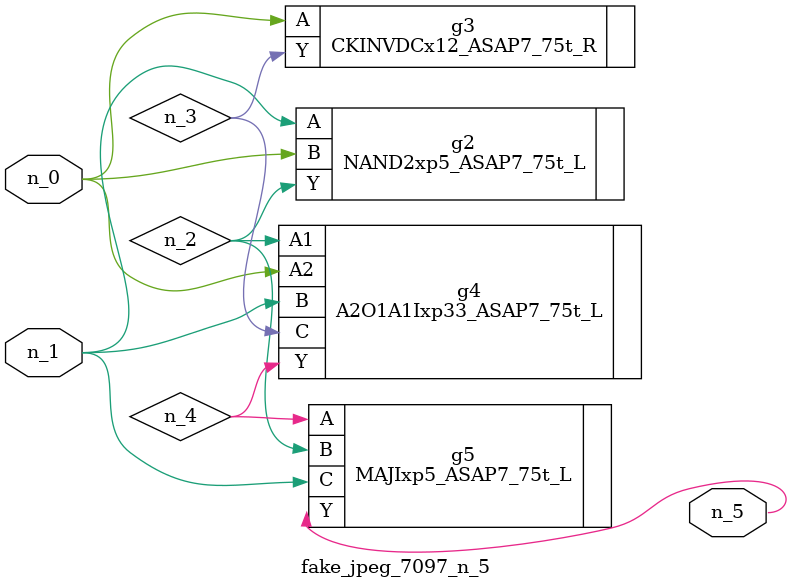
<source format=v>
module fake_jpeg_7097_n_5 (n_0, n_1, n_5);

input n_0;
input n_1;

output n_5;

wire n_3;
wire n_2;
wire n_4;

NAND2xp5_ASAP7_75t_L g2 ( 
.A(n_1),
.B(n_0),
.Y(n_2)
);

CKINVDCx12_ASAP7_75t_R g3 ( 
.A(n_0),
.Y(n_3)
);

A2O1A1Ixp33_ASAP7_75t_L g4 ( 
.A1(n_2),
.A2(n_0),
.B(n_1),
.C(n_3),
.Y(n_4)
);

MAJIxp5_ASAP7_75t_L g5 ( 
.A(n_4),
.B(n_2),
.C(n_1),
.Y(n_5)
);


endmodule
</source>
